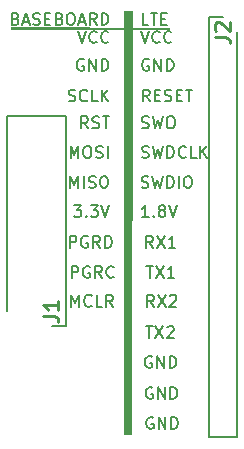
<source format=gbr>
G04 #@! TF.GenerationSoftware,KiCad,Pcbnew,(5.1.6)-1*
G04 #@! TF.CreationDate,2021-02-20T14:32:47+01:00*
G04 #@! TF.ProjectId,IDCbreakout,49444362-7265-4616-9b6f-75742e6b6963,rev?*
G04 #@! TF.SameCoordinates,Original*
G04 #@! TF.FileFunction,Legend,Top*
G04 #@! TF.FilePolarity,Positive*
%FSLAX46Y46*%
G04 Gerber Fmt 4.6, Leading zero omitted, Abs format (unit mm)*
G04 Created by KiCad (PCBNEW (5.1.6)-1) date 2021-02-20 14:32:47*
%MOMM*%
%LPD*%
G01*
G04 APERTURE LIST*
%ADD10C,0.100000*%
%ADD11C,0.150000*%
%ADD12C,0.200000*%
%ADD13C,0.254000*%
G04 APERTURE END LIST*
D10*
G36*
X118450000Y-97120000D02*
G01*
X118450000Y-97230000D01*
X105050000Y-97230000D01*
X105060000Y-97110000D01*
X118450000Y-97120000D01*
G37*
X118450000Y-97120000D02*
X118450000Y-97230000D01*
X105050000Y-97230000D01*
X105060000Y-97110000D01*
X118450000Y-97120000D01*
G36*
X115180000Y-131560000D02*
G01*
X114650000Y-131560000D01*
X114650000Y-95720000D01*
X115280000Y-95720000D01*
X115180000Y-131560000D01*
G37*
X115180000Y-131560000D02*
X114650000Y-131560000D01*
X114650000Y-95720000D01*
X115280000Y-95720000D01*
X115180000Y-131560000D01*
D11*
X117078095Y-130160000D02*
X116982857Y-130112380D01*
X116840000Y-130112380D01*
X116697142Y-130160000D01*
X116601904Y-130255238D01*
X116554285Y-130350476D01*
X116506666Y-130540952D01*
X116506666Y-130683809D01*
X116554285Y-130874285D01*
X116601904Y-130969523D01*
X116697142Y-131064761D01*
X116840000Y-131112380D01*
X116935238Y-131112380D01*
X117078095Y-131064761D01*
X117125714Y-131017142D01*
X117125714Y-130683809D01*
X116935238Y-130683809D01*
X117554285Y-131112380D02*
X117554285Y-130112380D01*
X118125714Y-131112380D01*
X118125714Y-130112380D01*
X118601904Y-131112380D02*
X118601904Y-130112380D01*
X118840000Y-130112380D01*
X118982857Y-130160000D01*
X119078095Y-130255238D01*
X119125714Y-130350476D01*
X119173333Y-130540952D01*
X119173333Y-130683809D01*
X119125714Y-130874285D01*
X119078095Y-130969523D01*
X118982857Y-131064761D01*
X118840000Y-131112380D01*
X118601904Y-131112380D01*
X117028095Y-127600000D02*
X116932857Y-127552380D01*
X116790000Y-127552380D01*
X116647142Y-127600000D01*
X116551904Y-127695238D01*
X116504285Y-127790476D01*
X116456666Y-127980952D01*
X116456666Y-128123809D01*
X116504285Y-128314285D01*
X116551904Y-128409523D01*
X116647142Y-128504761D01*
X116790000Y-128552380D01*
X116885238Y-128552380D01*
X117028095Y-128504761D01*
X117075714Y-128457142D01*
X117075714Y-128123809D01*
X116885238Y-128123809D01*
X117504285Y-128552380D02*
X117504285Y-127552380D01*
X118075714Y-128552380D01*
X118075714Y-127552380D01*
X118551904Y-128552380D02*
X118551904Y-127552380D01*
X118790000Y-127552380D01*
X118932857Y-127600000D01*
X119028095Y-127695238D01*
X119075714Y-127790476D01*
X119123333Y-127980952D01*
X119123333Y-128123809D01*
X119075714Y-128314285D01*
X119028095Y-128409523D01*
X118932857Y-128504761D01*
X118790000Y-128552380D01*
X118551904Y-128552380D01*
X116958095Y-124980000D02*
X116862857Y-124932380D01*
X116720000Y-124932380D01*
X116577142Y-124980000D01*
X116481904Y-125075238D01*
X116434285Y-125170476D01*
X116386666Y-125360952D01*
X116386666Y-125503809D01*
X116434285Y-125694285D01*
X116481904Y-125789523D01*
X116577142Y-125884761D01*
X116720000Y-125932380D01*
X116815238Y-125932380D01*
X116958095Y-125884761D01*
X117005714Y-125837142D01*
X117005714Y-125503809D01*
X116815238Y-125503809D01*
X117434285Y-125932380D02*
X117434285Y-124932380D01*
X118005714Y-125932380D01*
X118005714Y-124932380D01*
X118481904Y-125932380D02*
X118481904Y-124932380D01*
X118720000Y-124932380D01*
X118862857Y-124980000D01*
X118958095Y-125075238D01*
X119005714Y-125170476D01*
X119053333Y-125360952D01*
X119053333Y-125503809D01*
X119005714Y-125694285D01*
X118958095Y-125789523D01*
X118862857Y-125884761D01*
X118720000Y-125932380D01*
X118481904Y-125932380D01*
X116461904Y-122422380D02*
X117033333Y-122422380D01*
X116747619Y-123422380D02*
X116747619Y-122422380D01*
X117271428Y-122422380D02*
X117938095Y-123422380D01*
X117938095Y-122422380D02*
X117271428Y-123422380D01*
X118271428Y-122517619D02*
X118319047Y-122470000D01*
X118414285Y-122422380D01*
X118652380Y-122422380D01*
X118747619Y-122470000D01*
X118795238Y-122517619D01*
X118842857Y-122612857D01*
X118842857Y-122708095D01*
X118795238Y-122850952D01*
X118223809Y-123422380D01*
X118842857Y-123422380D01*
X110151428Y-120762380D02*
X110151428Y-119762380D01*
X110484761Y-120476666D01*
X110818095Y-119762380D01*
X110818095Y-120762380D01*
X111865714Y-120667142D02*
X111818095Y-120714761D01*
X111675238Y-120762380D01*
X111580000Y-120762380D01*
X111437142Y-120714761D01*
X111341904Y-120619523D01*
X111294285Y-120524285D01*
X111246666Y-120333809D01*
X111246666Y-120190952D01*
X111294285Y-120000476D01*
X111341904Y-119905238D01*
X111437142Y-119810000D01*
X111580000Y-119762380D01*
X111675238Y-119762380D01*
X111818095Y-119810000D01*
X111865714Y-119857619D01*
X112770476Y-120762380D02*
X112294285Y-120762380D01*
X112294285Y-119762380D01*
X113675238Y-120762380D02*
X113341904Y-120286190D01*
X113103809Y-120762380D02*
X113103809Y-119762380D01*
X113484761Y-119762380D01*
X113580000Y-119810000D01*
X113627619Y-119857619D01*
X113675238Y-119952857D01*
X113675238Y-120095714D01*
X113627619Y-120190952D01*
X113580000Y-120238571D01*
X113484761Y-120286190D01*
X113103809Y-120286190D01*
X115103809Y-121095714D02*
X115103809Y-119667142D01*
X117151428Y-120762380D02*
X116818095Y-120286190D01*
X116580000Y-120762380D02*
X116580000Y-119762380D01*
X116960952Y-119762380D01*
X117056190Y-119810000D01*
X117103809Y-119857619D01*
X117151428Y-119952857D01*
X117151428Y-120095714D01*
X117103809Y-120190952D01*
X117056190Y-120238571D01*
X116960952Y-120286190D01*
X116580000Y-120286190D01*
X117484761Y-119762380D02*
X118151428Y-120762380D01*
X118151428Y-119762380D02*
X117484761Y-120762380D01*
X118484761Y-119857619D02*
X118532380Y-119810000D01*
X118627619Y-119762380D01*
X118865714Y-119762380D01*
X118960952Y-119810000D01*
X119008571Y-119857619D01*
X119056190Y-119952857D01*
X119056190Y-120048095D01*
X119008571Y-120190952D01*
X118437142Y-120762380D01*
X119056190Y-120762380D01*
X110176666Y-118312380D02*
X110176666Y-117312380D01*
X110557619Y-117312380D01*
X110652857Y-117360000D01*
X110700476Y-117407619D01*
X110748095Y-117502857D01*
X110748095Y-117645714D01*
X110700476Y-117740952D01*
X110652857Y-117788571D01*
X110557619Y-117836190D01*
X110176666Y-117836190D01*
X111700476Y-117360000D02*
X111605238Y-117312380D01*
X111462380Y-117312380D01*
X111319523Y-117360000D01*
X111224285Y-117455238D01*
X111176666Y-117550476D01*
X111129047Y-117740952D01*
X111129047Y-117883809D01*
X111176666Y-118074285D01*
X111224285Y-118169523D01*
X111319523Y-118264761D01*
X111462380Y-118312380D01*
X111557619Y-118312380D01*
X111700476Y-118264761D01*
X111748095Y-118217142D01*
X111748095Y-117883809D01*
X111557619Y-117883809D01*
X112748095Y-118312380D02*
X112414761Y-117836190D01*
X112176666Y-118312380D02*
X112176666Y-117312380D01*
X112557619Y-117312380D01*
X112652857Y-117360000D01*
X112700476Y-117407619D01*
X112748095Y-117502857D01*
X112748095Y-117645714D01*
X112700476Y-117740952D01*
X112652857Y-117788571D01*
X112557619Y-117836190D01*
X112176666Y-117836190D01*
X113748095Y-118217142D02*
X113700476Y-118264761D01*
X113557619Y-118312380D01*
X113462380Y-118312380D01*
X113319523Y-118264761D01*
X113224285Y-118169523D01*
X113176666Y-118074285D01*
X113129047Y-117883809D01*
X113129047Y-117740952D01*
X113176666Y-117550476D01*
X113224285Y-117455238D01*
X113319523Y-117360000D01*
X113462380Y-117312380D01*
X113557619Y-117312380D01*
X113700476Y-117360000D01*
X113748095Y-117407619D01*
X115176666Y-118645714D02*
X115176666Y-117217142D01*
X116510000Y-117312380D02*
X117081428Y-117312380D01*
X116795714Y-118312380D02*
X116795714Y-117312380D01*
X117319523Y-117312380D02*
X117986190Y-118312380D01*
X117986190Y-117312380D02*
X117319523Y-118312380D01*
X118890952Y-118312380D02*
X118319523Y-118312380D01*
X118605238Y-118312380D02*
X118605238Y-117312380D01*
X118510000Y-117455238D01*
X118414761Y-117550476D01*
X118319523Y-117598095D01*
X110007619Y-115762380D02*
X110007619Y-114762380D01*
X110388571Y-114762380D01*
X110483809Y-114810000D01*
X110531428Y-114857619D01*
X110579047Y-114952857D01*
X110579047Y-115095714D01*
X110531428Y-115190952D01*
X110483809Y-115238571D01*
X110388571Y-115286190D01*
X110007619Y-115286190D01*
X111531428Y-114810000D02*
X111436190Y-114762380D01*
X111293333Y-114762380D01*
X111150476Y-114810000D01*
X111055238Y-114905238D01*
X111007619Y-115000476D01*
X110960000Y-115190952D01*
X110960000Y-115333809D01*
X111007619Y-115524285D01*
X111055238Y-115619523D01*
X111150476Y-115714761D01*
X111293333Y-115762380D01*
X111388571Y-115762380D01*
X111531428Y-115714761D01*
X111579047Y-115667142D01*
X111579047Y-115333809D01*
X111388571Y-115333809D01*
X112579047Y-115762380D02*
X112245714Y-115286190D01*
X112007619Y-115762380D02*
X112007619Y-114762380D01*
X112388571Y-114762380D01*
X112483809Y-114810000D01*
X112531428Y-114857619D01*
X112579047Y-114952857D01*
X112579047Y-115095714D01*
X112531428Y-115190952D01*
X112483809Y-115238571D01*
X112388571Y-115286190D01*
X112007619Y-115286190D01*
X113007619Y-115762380D02*
X113007619Y-114762380D01*
X113245714Y-114762380D01*
X113388571Y-114810000D01*
X113483809Y-114905238D01*
X113531428Y-115000476D01*
X113579047Y-115190952D01*
X113579047Y-115333809D01*
X113531428Y-115524285D01*
X113483809Y-115619523D01*
X113388571Y-115714761D01*
X113245714Y-115762380D01*
X113007619Y-115762380D01*
X115007619Y-116095714D02*
X115007619Y-114667142D01*
X117055238Y-115762380D02*
X116721904Y-115286190D01*
X116483809Y-115762380D02*
X116483809Y-114762380D01*
X116864761Y-114762380D01*
X116960000Y-114810000D01*
X117007619Y-114857619D01*
X117055238Y-114952857D01*
X117055238Y-115095714D01*
X117007619Y-115190952D01*
X116960000Y-115238571D01*
X116864761Y-115286190D01*
X116483809Y-115286190D01*
X117388571Y-114762380D02*
X118055238Y-115762380D01*
X118055238Y-114762380D02*
X117388571Y-115762380D01*
X118960000Y-115762380D02*
X118388571Y-115762380D01*
X118674285Y-115762380D02*
X118674285Y-114762380D01*
X118579047Y-114905238D01*
X118483809Y-115000476D01*
X118388571Y-115048095D01*
X110366666Y-112162380D02*
X110985714Y-112162380D01*
X110652380Y-112543333D01*
X110795238Y-112543333D01*
X110890476Y-112590952D01*
X110938095Y-112638571D01*
X110985714Y-112733809D01*
X110985714Y-112971904D01*
X110938095Y-113067142D01*
X110890476Y-113114761D01*
X110795238Y-113162380D01*
X110509523Y-113162380D01*
X110414285Y-113114761D01*
X110366666Y-113067142D01*
X111414285Y-113067142D02*
X111461904Y-113114761D01*
X111414285Y-113162380D01*
X111366666Y-113114761D01*
X111414285Y-113067142D01*
X111414285Y-113162380D01*
X111795238Y-112162380D02*
X112414285Y-112162380D01*
X112080952Y-112543333D01*
X112223809Y-112543333D01*
X112319047Y-112590952D01*
X112366666Y-112638571D01*
X112414285Y-112733809D01*
X112414285Y-112971904D01*
X112366666Y-113067142D01*
X112319047Y-113114761D01*
X112223809Y-113162380D01*
X111938095Y-113162380D01*
X111842857Y-113114761D01*
X111795238Y-113067142D01*
X112700000Y-112162380D02*
X113033333Y-113162380D01*
X113366666Y-112162380D01*
X114700000Y-113495714D02*
X114700000Y-112067142D01*
X116700000Y-113162380D02*
X116128571Y-113162380D01*
X116414285Y-113162380D02*
X116414285Y-112162380D01*
X116319047Y-112305238D01*
X116223809Y-112400476D01*
X116128571Y-112448095D01*
X117128571Y-113067142D02*
X117176190Y-113114761D01*
X117128571Y-113162380D01*
X117080952Y-113114761D01*
X117128571Y-113067142D01*
X117128571Y-113162380D01*
X117747619Y-112590952D02*
X117652380Y-112543333D01*
X117604761Y-112495714D01*
X117557142Y-112400476D01*
X117557142Y-112352857D01*
X117604761Y-112257619D01*
X117652380Y-112210000D01*
X117747619Y-112162380D01*
X117938095Y-112162380D01*
X118033333Y-112210000D01*
X118080952Y-112257619D01*
X118128571Y-112352857D01*
X118128571Y-112400476D01*
X118080952Y-112495714D01*
X118033333Y-112543333D01*
X117938095Y-112590952D01*
X117747619Y-112590952D01*
X117652380Y-112638571D01*
X117604761Y-112686190D01*
X117557142Y-112781428D01*
X117557142Y-112971904D01*
X117604761Y-113067142D01*
X117652380Y-113114761D01*
X117747619Y-113162380D01*
X117938095Y-113162380D01*
X118033333Y-113114761D01*
X118080952Y-113067142D01*
X118128571Y-112971904D01*
X118128571Y-112781428D01*
X118080952Y-112686190D01*
X118033333Y-112638571D01*
X117938095Y-112590952D01*
X118414285Y-112162380D02*
X118747619Y-113162380D01*
X119080952Y-112162380D01*
X110070952Y-110712380D02*
X110070952Y-109712380D01*
X110404285Y-110426666D01*
X110737619Y-109712380D01*
X110737619Y-110712380D01*
X111213809Y-110712380D02*
X111213809Y-109712380D01*
X111642380Y-110664761D02*
X111785238Y-110712380D01*
X112023333Y-110712380D01*
X112118571Y-110664761D01*
X112166190Y-110617142D01*
X112213809Y-110521904D01*
X112213809Y-110426666D01*
X112166190Y-110331428D01*
X112118571Y-110283809D01*
X112023333Y-110236190D01*
X111832857Y-110188571D01*
X111737619Y-110140952D01*
X111690000Y-110093333D01*
X111642380Y-109998095D01*
X111642380Y-109902857D01*
X111690000Y-109807619D01*
X111737619Y-109760000D01*
X111832857Y-109712380D01*
X112070952Y-109712380D01*
X112213809Y-109760000D01*
X112832857Y-109712380D02*
X113023333Y-109712380D01*
X113118571Y-109760000D01*
X113213809Y-109855238D01*
X113261428Y-110045714D01*
X113261428Y-110379047D01*
X113213809Y-110569523D01*
X113118571Y-110664761D01*
X113023333Y-110712380D01*
X112832857Y-110712380D01*
X112737619Y-110664761D01*
X112642380Y-110569523D01*
X112594761Y-110379047D01*
X112594761Y-110045714D01*
X112642380Y-109855238D01*
X112737619Y-109760000D01*
X112832857Y-109712380D01*
X114690000Y-111045714D02*
X114690000Y-109617142D01*
X116118571Y-110664761D02*
X116261428Y-110712380D01*
X116499523Y-110712380D01*
X116594761Y-110664761D01*
X116642380Y-110617142D01*
X116690000Y-110521904D01*
X116690000Y-110426666D01*
X116642380Y-110331428D01*
X116594761Y-110283809D01*
X116499523Y-110236190D01*
X116309047Y-110188571D01*
X116213809Y-110140952D01*
X116166190Y-110093333D01*
X116118571Y-109998095D01*
X116118571Y-109902857D01*
X116166190Y-109807619D01*
X116213809Y-109760000D01*
X116309047Y-109712380D01*
X116547142Y-109712380D01*
X116690000Y-109760000D01*
X117023333Y-109712380D02*
X117261428Y-110712380D01*
X117451904Y-109998095D01*
X117642380Y-110712380D01*
X117880476Y-109712380D01*
X118261428Y-110712380D02*
X118261428Y-109712380D01*
X118499523Y-109712380D01*
X118642380Y-109760000D01*
X118737619Y-109855238D01*
X118785238Y-109950476D01*
X118832857Y-110140952D01*
X118832857Y-110283809D01*
X118785238Y-110474285D01*
X118737619Y-110569523D01*
X118642380Y-110664761D01*
X118499523Y-110712380D01*
X118261428Y-110712380D01*
X119261428Y-110712380D02*
X119261428Y-109712380D01*
X119928095Y-109712380D02*
X120118571Y-109712380D01*
X120213809Y-109760000D01*
X120309047Y-109855238D01*
X120356666Y-110045714D01*
X120356666Y-110379047D01*
X120309047Y-110569523D01*
X120213809Y-110664761D01*
X120118571Y-110712380D01*
X119928095Y-110712380D01*
X119832857Y-110664761D01*
X119737619Y-110569523D01*
X119690000Y-110379047D01*
X119690000Y-110045714D01*
X119737619Y-109855238D01*
X119832857Y-109760000D01*
X119928095Y-109712380D01*
X110088095Y-108162380D02*
X110088095Y-107162380D01*
X110421428Y-107876666D01*
X110754761Y-107162380D01*
X110754761Y-108162380D01*
X111421428Y-107162380D02*
X111611904Y-107162380D01*
X111707142Y-107210000D01*
X111802380Y-107305238D01*
X111850000Y-107495714D01*
X111850000Y-107829047D01*
X111802380Y-108019523D01*
X111707142Y-108114761D01*
X111611904Y-108162380D01*
X111421428Y-108162380D01*
X111326190Y-108114761D01*
X111230952Y-108019523D01*
X111183333Y-107829047D01*
X111183333Y-107495714D01*
X111230952Y-107305238D01*
X111326190Y-107210000D01*
X111421428Y-107162380D01*
X112230952Y-108114761D02*
X112373809Y-108162380D01*
X112611904Y-108162380D01*
X112707142Y-108114761D01*
X112754761Y-108067142D01*
X112802380Y-107971904D01*
X112802380Y-107876666D01*
X112754761Y-107781428D01*
X112707142Y-107733809D01*
X112611904Y-107686190D01*
X112421428Y-107638571D01*
X112326190Y-107590952D01*
X112278571Y-107543333D01*
X112230952Y-107448095D01*
X112230952Y-107352857D01*
X112278571Y-107257619D01*
X112326190Y-107210000D01*
X112421428Y-107162380D01*
X112659523Y-107162380D01*
X112802380Y-107210000D01*
X113230952Y-108162380D02*
X113230952Y-107162380D01*
X114707142Y-108495714D02*
X114707142Y-107067142D01*
X116135714Y-108114761D02*
X116278571Y-108162380D01*
X116516666Y-108162380D01*
X116611904Y-108114761D01*
X116659523Y-108067142D01*
X116707142Y-107971904D01*
X116707142Y-107876666D01*
X116659523Y-107781428D01*
X116611904Y-107733809D01*
X116516666Y-107686190D01*
X116326190Y-107638571D01*
X116230952Y-107590952D01*
X116183333Y-107543333D01*
X116135714Y-107448095D01*
X116135714Y-107352857D01*
X116183333Y-107257619D01*
X116230952Y-107210000D01*
X116326190Y-107162380D01*
X116564285Y-107162380D01*
X116707142Y-107210000D01*
X117040476Y-107162380D02*
X117278571Y-108162380D01*
X117469047Y-107448095D01*
X117659523Y-108162380D01*
X117897619Y-107162380D01*
X118278571Y-108162380D02*
X118278571Y-107162380D01*
X118516666Y-107162380D01*
X118659523Y-107210000D01*
X118754761Y-107305238D01*
X118802380Y-107400476D01*
X118850000Y-107590952D01*
X118850000Y-107733809D01*
X118802380Y-107924285D01*
X118754761Y-108019523D01*
X118659523Y-108114761D01*
X118516666Y-108162380D01*
X118278571Y-108162380D01*
X119850000Y-108067142D02*
X119802380Y-108114761D01*
X119659523Y-108162380D01*
X119564285Y-108162380D01*
X119421428Y-108114761D01*
X119326190Y-108019523D01*
X119278571Y-107924285D01*
X119230952Y-107733809D01*
X119230952Y-107590952D01*
X119278571Y-107400476D01*
X119326190Y-107305238D01*
X119421428Y-107210000D01*
X119564285Y-107162380D01*
X119659523Y-107162380D01*
X119802380Y-107210000D01*
X119850000Y-107257619D01*
X120754761Y-108162380D02*
X120278571Y-108162380D01*
X120278571Y-107162380D01*
X121088095Y-108162380D02*
X121088095Y-107162380D01*
X121659523Y-108162380D02*
X121230952Y-107590952D01*
X121659523Y-107162380D02*
X121088095Y-107733809D01*
X111562857Y-105652380D02*
X111229523Y-105176190D01*
X110991428Y-105652380D02*
X110991428Y-104652380D01*
X111372380Y-104652380D01*
X111467619Y-104700000D01*
X111515238Y-104747619D01*
X111562857Y-104842857D01*
X111562857Y-104985714D01*
X111515238Y-105080952D01*
X111467619Y-105128571D01*
X111372380Y-105176190D01*
X110991428Y-105176190D01*
X111943809Y-105604761D02*
X112086666Y-105652380D01*
X112324761Y-105652380D01*
X112420000Y-105604761D01*
X112467619Y-105557142D01*
X112515238Y-105461904D01*
X112515238Y-105366666D01*
X112467619Y-105271428D01*
X112420000Y-105223809D01*
X112324761Y-105176190D01*
X112134285Y-105128571D01*
X112039047Y-105080952D01*
X111991428Y-105033333D01*
X111943809Y-104938095D01*
X111943809Y-104842857D01*
X111991428Y-104747619D01*
X112039047Y-104700000D01*
X112134285Y-104652380D01*
X112372380Y-104652380D01*
X112515238Y-104700000D01*
X112800952Y-104652380D02*
X113372380Y-104652380D01*
X113086666Y-105652380D02*
X113086666Y-104652380D01*
X114705714Y-105985714D02*
X114705714Y-104557142D01*
X116134285Y-105604761D02*
X116277142Y-105652380D01*
X116515238Y-105652380D01*
X116610476Y-105604761D01*
X116658095Y-105557142D01*
X116705714Y-105461904D01*
X116705714Y-105366666D01*
X116658095Y-105271428D01*
X116610476Y-105223809D01*
X116515238Y-105176190D01*
X116324761Y-105128571D01*
X116229523Y-105080952D01*
X116181904Y-105033333D01*
X116134285Y-104938095D01*
X116134285Y-104842857D01*
X116181904Y-104747619D01*
X116229523Y-104700000D01*
X116324761Y-104652380D01*
X116562857Y-104652380D01*
X116705714Y-104700000D01*
X117039047Y-104652380D02*
X117277142Y-105652380D01*
X117467619Y-104938095D01*
X117658095Y-105652380D01*
X117896190Y-104652380D01*
X118467619Y-104652380D02*
X118658095Y-104652380D01*
X118753333Y-104700000D01*
X118848571Y-104795238D01*
X118896190Y-104985714D01*
X118896190Y-105319047D01*
X118848571Y-105509523D01*
X118753333Y-105604761D01*
X118658095Y-105652380D01*
X118467619Y-105652380D01*
X118372380Y-105604761D01*
X118277142Y-105509523D01*
X118229523Y-105319047D01*
X118229523Y-104985714D01*
X118277142Y-104795238D01*
X118372380Y-104700000D01*
X118467619Y-104652380D01*
X109919523Y-103324761D02*
X110062380Y-103372380D01*
X110300476Y-103372380D01*
X110395714Y-103324761D01*
X110443333Y-103277142D01*
X110490952Y-103181904D01*
X110490952Y-103086666D01*
X110443333Y-102991428D01*
X110395714Y-102943809D01*
X110300476Y-102896190D01*
X110110000Y-102848571D01*
X110014761Y-102800952D01*
X109967142Y-102753333D01*
X109919523Y-102658095D01*
X109919523Y-102562857D01*
X109967142Y-102467619D01*
X110014761Y-102420000D01*
X110110000Y-102372380D01*
X110348095Y-102372380D01*
X110490952Y-102420000D01*
X111490952Y-103277142D02*
X111443333Y-103324761D01*
X111300476Y-103372380D01*
X111205238Y-103372380D01*
X111062380Y-103324761D01*
X110967142Y-103229523D01*
X110919523Y-103134285D01*
X110871904Y-102943809D01*
X110871904Y-102800952D01*
X110919523Y-102610476D01*
X110967142Y-102515238D01*
X111062380Y-102420000D01*
X111205238Y-102372380D01*
X111300476Y-102372380D01*
X111443333Y-102420000D01*
X111490952Y-102467619D01*
X112395714Y-103372380D02*
X111919523Y-103372380D01*
X111919523Y-102372380D01*
X112729047Y-103372380D02*
X112729047Y-102372380D01*
X113300476Y-103372380D02*
X112871904Y-102800952D01*
X113300476Y-102372380D02*
X112729047Y-102943809D01*
X114729047Y-103705714D02*
X114729047Y-102277142D01*
X116776666Y-103372380D02*
X116443333Y-102896190D01*
X116205238Y-103372380D02*
X116205238Y-102372380D01*
X116586190Y-102372380D01*
X116681428Y-102420000D01*
X116729047Y-102467619D01*
X116776666Y-102562857D01*
X116776666Y-102705714D01*
X116729047Y-102800952D01*
X116681428Y-102848571D01*
X116586190Y-102896190D01*
X116205238Y-102896190D01*
X117205238Y-102848571D02*
X117538571Y-102848571D01*
X117681428Y-103372380D02*
X117205238Y-103372380D01*
X117205238Y-102372380D01*
X117681428Y-102372380D01*
X118062380Y-103324761D02*
X118205238Y-103372380D01*
X118443333Y-103372380D01*
X118538571Y-103324761D01*
X118586190Y-103277142D01*
X118633809Y-103181904D01*
X118633809Y-103086666D01*
X118586190Y-102991428D01*
X118538571Y-102943809D01*
X118443333Y-102896190D01*
X118252857Y-102848571D01*
X118157619Y-102800952D01*
X118110000Y-102753333D01*
X118062380Y-102658095D01*
X118062380Y-102562857D01*
X118110000Y-102467619D01*
X118157619Y-102420000D01*
X118252857Y-102372380D01*
X118490952Y-102372380D01*
X118633809Y-102420000D01*
X119062380Y-102848571D02*
X119395714Y-102848571D01*
X119538571Y-103372380D02*
X119062380Y-103372380D01*
X119062380Y-102372380D01*
X119538571Y-102372380D01*
X119824285Y-102372380D02*
X120395714Y-102372380D01*
X120110000Y-103372380D02*
X120110000Y-102372380D01*
X111196190Y-99820000D02*
X111100952Y-99772380D01*
X110958095Y-99772380D01*
X110815238Y-99820000D01*
X110720000Y-99915238D01*
X110672380Y-100010476D01*
X110624761Y-100200952D01*
X110624761Y-100343809D01*
X110672380Y-100534285D01*
X110720000Y-100629523D01*
X110815238Y-100724761D01*
X110958095Y-100772380D01*
X111053333Y-100772380D01*
X111196190Y-100724761D01*
X111243809Y-100677142D01*
X111243809Y-100343809D01*
X111053333Y-100343809D01*
X111672380Y-100772380D02*
X111672380Y-99772380D01*
X112243809Y-100772380D01*
X112243809Y-99772380D01*
X112720000Y-100772380D02*
X112720000Y-99772380D01*
X112958095Y-99772380D01*
X113100952Y-99820000D01*
X113196190Y-99915238D01*
X113243809Y-100010476D01*
X113291428Y-100200952D01*
X113291428Y-100343809D01*
X113243809Y-100534285D01*
X113196190Y-100629523D01*
X113100952Y-100724761D01*
X112958095Y-100772380D01*
X112720000Y-100772380D01*
X114720000Y-101105714D02*
X114720000Y-99677142D01*
X116720000Y-99820000D02*
X116624761Y-99772380D01*
X116481904Y-99772380D01*
X116339047Y-99820000D01*
X116243809Y-99915238D01*
X116196190Y-100010476D01*
X116148571Y-100200952D01*
X116148571Y-100343809D01*
X116196190Y-100534285D01*
X116243809Y-100629523D01*
X116339047Y-100724761D01*
X116481904Y-100772380D01*
X116577142Y-100772380D01*
X116720000Y-100724761D01*
X116767619Y-100677142D01*
X116767619Y-100343809D01*
X116577142Y-100343809D01*
X117196190Y-100772380D02*
X117196190Y-99772380D01*
X117767619Y-100772380D01*
X117767619Y-99772380D01*
X118243809Y-100772380D02*
X118243809Y-99772380D01*
X118481904Y-99772380D01*
X118624761Y-99820000D01*
X118720000Y-99915238D01*
X118767619Y-100010476D01*
X118815238Y-100200952D01*
X118815238Y-100343809D01*
X118767619Y-100534285D01*
X118720000Y-100629523D01*
X118624761Y-100724761D01*
X118481904Y-100772380D01*
X118243809Y-100772380D01*
X105435714Y-96388571D02*
X105578571Y-96436190D01*
X105626190Y-96483809D01*
X105673809Y-96579047D01*
X105673809Y-96721904D01*
X105626190Y-96817142D01*
X105578571Y-96864761D01*
X105483333Y-96912380D01*
X105102380Y-96912380D01*
X105102380Y-95912380D01*
X105435714Y-95912380D01*
X105530952Y-95960000D01*
X105578571Y-96007619D01*
X105626190Y-96102857D01*
X105626190Y-96198095D01*
X105578571Y-96293333D01*
X105530952Y-96340952D01*
X105435714Y-96388571D01*
X105102380Y-96388571D01*
X106054761Y-96626666D02*
X106530952Y-96626666D01*
X105959523Y-96912380D02*
X106292857Y-95912380D01*
X106626190Y-96912380D01*
X106911904Y-96864761D02*
X107054761Y-96912380D01*
X107292857Y-96912380D01*
X107388095Y-96864761D01*
X107435714Y-96817142D01*
X107483333Y-96721904D01*
X107483333Y-96626666D01*
X107435714Y-96531428D01*
X107388095Y-96483809D01*
X107292857Y-96436190D01*
X107102380Y-96388571D01*
X107007142Y-96340952D01*
X106959523Y-96293333D01*
X106911904Y-96198095D01*
X106911904Y-96102857D01*
X106959523Y-96007619D01*
X107007142Y-95960000D01*
X107102380Y-95912380D01*
X107340476Y-95912380D01*
X107483333Y-95960000D01*
X107911904Y-96388571D02*
X108245238Y-96388571D01*
X108388095Y-96912380D02*
X107911904Y-96912380D01*
X107911904Y-95912380D01*
X108388095Y-95912380D01*
X109150000Y-96388571D02*
X109292857Y-96436190D01*
X109340476Y-96483809D01*
X109388095Y-96579047D01*
X109388095Y-96721904D01*
X109340476Y-96817142D01*
X109292857Y-96864761D01*
X109197619Y-96912380D01*
X108816666Y-96912380D01*
X108816666Y-95912380D01*
X109150000Y-95912380D01*
X109245238Y-95960000D01*
X109292857Y-96007619D01*
X109340476Y-96102857D01*
X109340476Y-96198095D01*
X109292857Y-96293333D01*
X109245238Y-96340952D01*
X109150000Y-96388571D01*
X108816666Y-96388571D01*
X110007142Y-95912380D02*
X110197619Y-95912380D01*
X110292857Y-95960000D01*
X110388095Y-96055238D01*
X110435714Y-96245714D01*
X110435714Y-96579047D01*
X110388095Y-96769523D01*
X110292857Y-96864761D01*
X110197619Y-96912380D01*
X110007142Y-96912380D01*
X109911904Y-96864761D01*
X109816666Y-96769523D01*
X109769047Y-96579047D01*
X109769047Y-96245714D01*
X109816666Y-96055238D01*
X109911904Y-95960000D01*
X110007142Y-95912380D01*
X110816666Y-96626666D02*
X111292857Y-96626666D01*
X110721428Y-96912380D02*
X111054761Y-95912380D01*
X111388095Y-96912380D01*
X112292857Y-96912380D02*
X111959523Y-96436190D01*
X111721428Y-96912380D02*
X111721428Y-95912380D01*
X112102380Y-95912380D01*
X112197619Y-95960000D01*
X112245238Y-96007619D01*
X112292857Y-96102857D01*
X112292857Y-96245714D01*
X112245238Y-96340952D01*
X112197619Y-96388571D01*
X112102380Y-96436190D01*
X111721428Y-96436190D01*
X112721428Y-96912380D02*
X112721428Y-95912380D01*
X112959523Y-95912380D01*
X113102380Y-95960000D01*
X113197619Y-96055238D01*
X113245238Y-96150476D01*
X113292857Y-96340952D01*
X113292857Y-96483809D01*
X113245238Y-96674285D01*
X113197619Y-96769523D01*
X113102380Y-96864761D01*
X112959523Y-96912380D01*
X112721428Y-96912380D01*
X114721428Y-97245714D02*
X114721428Y-95817142D01*
X116673809Y-96912380D02*
X116197619Y-96912380D01*
X116197619Y-95912380D01*
X116864285Y-95912380D02*
X117435714Y-95912380D01*
X117150000Y-96912380D02*
X117150000Y-95912380D01*
X117769047Y-96388571D02*
X118102380Y-96388571D01*
X118245238Y-96912380D02*
X117769047Y-96912380D01*
X117769047Y-95912380D01*
X118245238Y-95912380D01*
X110730000Y-97432380D02*
X111063333Y-98432380D01*
X111396666Y-97432380D01*
X112301428Y-98337142D02*
X112253809Y-98384761D01*
X112110952Y-98432380D01*
X112015714Y-98432380D01*
X111872857Y-98384761D01*
X111777619Y-98289523D01*
X111730000Y-98194285D01*
X111682380Y-98003809D01*
X111682380Y-97860952D01*
X111730000Y-97670476D01*
X111777619Y-97575238D01*
X111872857Y-97480000D01*
X112015714Y-97432380D01*
X112110952Y-97432380D01*
X112253809Y-97480000D01*
X112301428Y-97527619D01*
X113301428Y-98337142D02*
X113253809Y-98384761D01*
X113110952Y-98432380D01*
X113015714Y-98432380D01*
X112872857Y-98384761D01*
X112777619Y-98289523D01*
X112730000Y-98194285D01*
X112682380Y-98003809D01*
X112682380Y-97860952D01*
X112730000Y-97670476D01*
X112777619Y-97575238D01*
X112872857Y-97480000D01*
X113015714Y-97432380D01*
X113110952Y-97432380D01*
X113253809Y-97480000D01*
X113301428Y-97527619D01*
X114730000Y-98765714D02*
X114730000Y-97337142D01*
X116063333Y-97432380D02*
X116396666Y-98432380D01*
X116730000Y-97432380D01*
X117634761Y-98337142D02*
X117587142Y-98384761D01*
X117444285Y-98432380D01*
X117349047Y-98432380D01*
X117206190Y-98384761D01*
X117110952Y-98289523D01*
X117063333Y-98194285D01*
X117015714Y-98003809D01*
X117015714Y-97860952D01*
X117063333Y-97670476D01*
X117110952Y-97575238D01*
X117206190Y-97480000D01*
X117349047Y-97432380D01*
X117444285Y-97432380D01*
X117587142Y-97480000D01*
X117634761Y-97527619D01*
X118634761Y-98337142D02*
X118587142Y-98384761D01*
X118444285Y-98432380D01*
X118349047Y-98432380D01*
X118206190Y-98384761D01*
X118110952Y-98289523D01*
X118063333Y-98194285D01*
X118015714Y-98003809D01*
X118015714Y-97860952D01*
X118063333Y-97670476D01*
X118110952Y-97575238D01*
X118206190Y-97480000D01*
X118349047Y-97432380D01*
X118444285Y-97432380D01*
X118587142Y-97480000D01*
X118634761Y-97527619D01*
D12*
G04 #@! TO.C,J2*
X124185000Y-131800000D02*
X124185000Y-97510000D01*
X121775000Y-131800000D02*
X124185000Y-131800000D01*
X121775000Y-96240000D02*
X121775000Y-131800000D01*
X122980000Y-96240000D02*
X121775000Y-96240000D01*
G04 #@! TO.C,J1*
X104710000Y-104610000D02*
X104710000Y-121120000D01*
X109730000Y-104610000D02*
X104710000Y-104610000D01*
X109730000Y-122390000D02*
X109730000Y-104610000D01*
X108490000Y-122390000D02*
X109730000Y-122390000D01*
G04 #@! TO.C,J2*
D13*
X122284523Y-97933333D02*
X123191666Y-97933333D01*
X123373095Y-97993809D01*
X123494047Y-98114761D01*
X123554523Y-98296190D01*
X123554523Y-98417142D01*
X122405476Y-97389047D02*
X122345000Y-97328571D01*
X122284523Y-97207619D01*
X122284523Y-96905238D01*
X122345000Y-96784285D01*
X122405476Y-96723809D01*
X122526428Y-96663333D01*
X122647380Y-96663333D01*
X122828809Y-96723809D01*
X123554523Y-97449523D01*
X123554523Y-96663333D01*
G04 #@! TO.C,J1*
X107794523Y-121543333D02*
X108701666Y-121543333D01*
X108883095Y-121603809D01*
X109004047Y-121724761D01*
X109064523Y-121906190D01*
X109064523Y-122027142D01*
X109064523Y-120273333D02*
X109064523Y-120999047D01*
X109064523Y-120636190D02*
X107794523Y-120636190D01*
X107975952Y-120757142D01*
X108096904Y-120878095D01*
X108157380Y-120999047D01*
G04 #@! TD*
M02*

</source>
